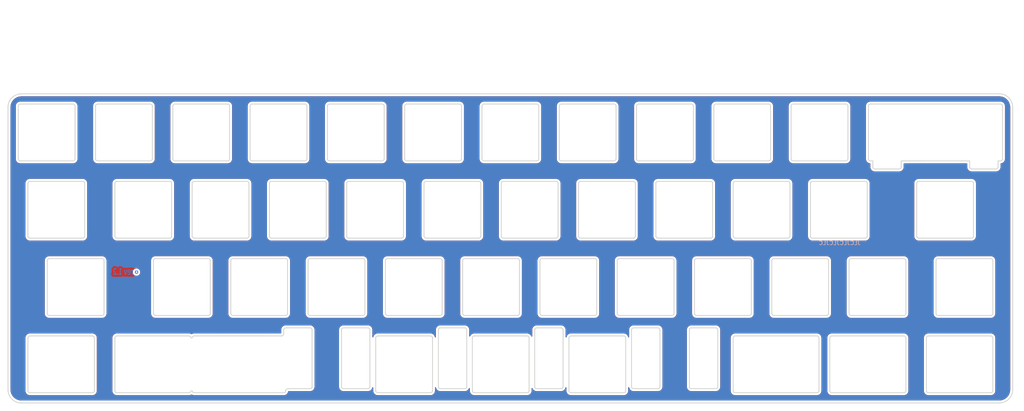
<source format=kicad_pcb>
(kicad_pcb (version 20171130) (host pcbnew "(5.1.10)-1")
  (layers (0 F.Cu signal) (31 B.Cu signal) (34 B.Paste user) (35 F.Paste user) (36 B.SilkS user) (37 F.SilkS user) (38 B.Mask user) (39 F.Mask user) (44 Edge.Cuts user))
  (net 0 "")
  (module cftkb:rev_num (layer B.Cu) (at 51 115 180)
    (fp_text reference Ref** hide)
    (fp_text value Val** hide)
    (fp_poly (pts (xy -2.948238 0.604848) (xy -2.856247 0.569301) (xy -2.78351 0.499703) (xy -2.726633 0.393329) (xy -2.701114 0.31895) (xy -2.682603 0.233315) (xy -2.670214 0.131467) (xy -2.667 0.059658) (xy -2.667 -0.084667) (xy -3.284197 -0.084667) (xy -3.270085 -0.153459) (xy -3.229957 -0.279878) (xy -3.17003 -0.375769) (xy -3.094304 -0.438636) (xy -3.006778 -0.465986) (xy -2.911449 -0.455326) (xy -2.839238 -0.422114) (xy -2.793094 -0.396169) (xy -2.765455 -0.384772) (xy -2.76273 -0.385151) (xy -2.739378 -0.42482) (xy -2.718241 -0.476559) (xy -2.709333 -0.515299) (xy -2.727874 -0.54369) (xy -2.775755 -0.577291) (xy -2.84137 -0.610577) (xy -2.91311 -0.638023) (xy -2.979366 -0.654105) (xy -3.005338 -0.656167) (xy -3.071217 -0.646257) (xy -3.147474 -0.621315) (xy -3.175524 -0.608542) (xy -3.250226 -0.557874) (xy -3.315945 -0.492115) (xy -3.327761 -0.47625) (xy -3.392744 -0.349373) (xy -3.432159 -0.202298) (xy -3.446632 -0.044323) (xy -3.438679 0.084666) (xy -3.284197 0.084666) (xy -2.809756 0.084666) (xy -2.823927 0.173285) (xy -2.855995 0.294124) (xy -2.907234 0.380815) (xy -2.976036 0.43138) (xy -3.044286 0.4445) (xy -3.106356 0.424764) (xy -3.166991 0.370775) (xy -3.220138 0.290361) (xy -3.259743 0.19135) (xy -3.269349 0.153458) (xy -3.284197 0.084666) (xy -3.438679 0.084666) (xy -3.436793 0.115252) (xy -3.40327 0.267128) (xy -3.346689 0.402006) (xy -3.26768 0.510586) (xy -3.260637 0.517635) (xy -3.202261 0.568497) (xy -3.14865 0.595279) (xy -3.078965 0.607616) (xy -3.06288 0.609065) (xy -2.948238 0.604848)) (layer B.Cu) (width 0.01))
    (fp_poly (pts (xy -0.188719 -0.329383) (xy -0.161683 -0.345382) (xy -0.118932 -0.395005) (xy -0.094912 -0.464847) (xy -0.095988 -0.534639) (xy -0.099043 -0.54481) (xy -0.136715 -0.611374) (xy -0.187438 -0.64855) (xy -0.242514 -0.6514) (xy -0.266706 -0.639968) (xy -0.311481 -0.587141) (xy -0.330715 -0.515385) (xy -0.324566 -0.439417) (xy -0.293188 -0.373949) (xy -0.263594 -0.346656) (xy -0.222004 -0.324737) (xy -0.188719 -0.329383)) (layer B.Cu) (width 0.01))
    (fp_poly (pts (xy -3.500081 0.534458) (xy -3.508786 0.475674) (xy -3.51328 0.433434) (xy -3.513434 0.429154) (xy -3.531616 0.412251) (xy -3.574644 0.41542) (xy -3.65074 0.41037) (xy -3.720166 0.365388) (xy -3.77968 0.282737) (xy -3.787794 0.26673) (xy -3.803065 0.231567) (xy -3.814296 0.193715) (xy -3.822096 0.146227) (xy -3.827073 0.082154) (xy -3.829835 -0.005451) (xy -3.830989 -0.123536) (xy -3.831167 -0.228933) (xy -3.831167 -0.635) (xy -4.0005 -0.635) (xy -4.0005 0.592666) (xy -3.926417 0.592666) (xy -3.879905 0.590367) (xy -3.85858 0.575553) (xy -3.85262 0.536349) (xy -3.852333 0.503086) (xy -3.852333 0.413506) (xy -3.799013 0.491974) (xy -3.742294 0.561884) (xy -3.682726 0.599536) (xy -3.605184 0.613185) (xy -3.575789 0.613833) (xy -3.486961 0.613833) (xy -3.500081 0.534458)) (layer B.Cu) (width 0.01))
    (fp_poly (pts (xy -1.832366 0.239257) (xy -1.869669 0.097564) (xy -1.909701 -0.053464) (xy -1.94857 -0.199207) (xy -1.982382 -0.325046) (xy -1.994675 -0.370417) (xy -2.06375 -0.624417) (xy -2.151766 -0.630831) (xy -2.209198 -0.630555) (xy -2.24658 -0.622119) (xy -2.251835 -0.617742) (xy -2.260298 -0.592876) (xy -2.278085 -0.532584) (xy -2.303659 -0.442355) (xy -2.335484 -0.327677) (xy -2.372021 -0.19404) (xy -2.411734 -0.046935) (xy -2.41364 -0.039828) (xy -2.453573 0.108941) (xy -2.490326 0.245606) (xy -2.522354 0.364437) (xy -2.54811 0.459708) (xy -2.566047 0.525688) (xy -2.574621 0.55665) (xy -2.574704 0.556932) (xy -2.576475 0.580576) (xy -2.556622 0.590133) (xy -2.50567 0.589397) (xy -2.495422 0.588682) (xy -2.404829 0.582083) (xy -2.291874 0.127) (xy -2.258388 -0.007169) (xy -2.22774 -0.128569) (xy -2.201574 -0.230794) (xy -2.181536 -0.307441) (xy -2.169271 -0.352106) (xy -2.166816 -0.359834) (xy -2.158663 -0.349312) (xy -2.142229 -0.302791) (xy -2.119019 -0.225459) (xy -2.090542 -0.122503) (xy -2.058302 0.00089) (xy -2.034648 0.09525) (xy -1.914584 0.582083) (xy -1.826857 0.588507) (xy -1.739131 0.594931) (xy -1.832366 0.239257)) (layer B.Cu) (width 0.01))
    (fp_poly (pts (xy -0.783167 -0.4445) (xy -0.526733 -0.4445) (xy -0.533241 -0.534459) (xy -0.53975 -0.624417) (xy -0.883708 -0.630233) (xy -1.227667 -0.636049) (xy -1.227667 -0.4445) (xy -0.9525 -0.4445) (xy -0.9525 0.6985) (xy -1.164167 0.6985) (xy -1.164167 0.769677) (xy -1.161279 0.808399) (xy -1.147046 0.836752) (xy -1.113117 0.863256) (xy -1.051139 0.896431) (xy -1.029278 0.907261) (xy -0.953249 0.940893) (xy -0.884529 0.964781) (xy -0.838778 0.973666) (xy -0.783167 0.973666) (xy -0.783167 -0.4445)) (layer B.Cu) (width 0.01))
    (fp_poly (pts (xy 0.534244 0.982567) (xy 0.62759 0.940221) (xy 0.704782 0.860517) (xy 0.737632 0.807892) (xy 0.786512 0.687586) (xy 0.804557 0.557125) (xy 0.791116 0.413966) (xy 0.745535 0.255564) (xy 0.667165 0.079378) (xy 0.555353 -0.117138) (xy 0.46511 -0.255981) (xy 0.34193 -0.437878) (xy 0.87039 -0.41752) (xy 0.86382 -0.520968) (xy 0.85725 -0.624417) (xy 0.470958 -0.630186) (xy 0.084667 -0.635955) (xy 0.084667 -0.560794) (xy 0.089281 -0.524121) (xy 0.105451 -0.480325) (xy 0.136665 -0.423154) (xy 0.186414 -0.346357) (xy 0.258187 -0.243683) (xy 0.274154 -0.221358) (xy 0.402528 -0.034511) (xy 0.501023 0.127464) (xy 0.57101 0.268251) (xy 0.613859 0.391538) (xy 0.63094 0.501011) (xy 0.623623 0.600355) (xy 0.604338 0.666846) (xy 0.565681 0.744048) (xy 0.516478 0.786889) (xy 0.445704 0.803337) (xy 0.414118 0.804333) (xy 0.361971 0.797644) (xy 0.314531 0.772456) (xy 0.257874 0.721089) (xy 0.251676 0.714744) (xy 0.164732 0.625154) (xy 0.115476 0.686928) (xy 0.066219 0.748701) (xy 0.108669 0.808316) (xy 0.200884 0.907407) (xy 0.309743 0.967948) (xy 0.420111 0.990214) (xy 0.534244 0.982567)) (layer B.Cu) (width 0.01))
  )
  (module cftkb:author_footprint (layer B.Cu) (at 52 111.125 180)
    (fp_text reference Ref** hide)
    (fp_text value Val** hide)
  )
  (gr_text JLCJLCJLCJLC (at 229.2 107.8) (layer B.SilkS) (effects (font (size 1 1)) (justify mirror)))
  (gr_arc (start 91.65 130.22) (end 91.65 130.72) (angle -90) (layer Edge.Cuts) (width 0.2))
  (gr_line (start 136.77175 128.73) (end 130.77175 128.73) (layer Edge.Cuts) (width 0.2))
  (gr_arc (start 130.77175 129.23) (end 130.77175 128.73) (angle -90) (layer Edge.Cuts) (width 0.2))
  (gr_line (start 130.27175 143.23) (end 130.27175 129.23) (layer Edge.Cuts) (width 0.2))
  (gr_arc (start 178.39675 143.23) (end 177.89675 143.23) (angle -90) (layer Edge.Cuts) (width 0.2))
  (gr_line (start 113.39575 143.23) (end 113.39575 129.23) (layer Edge.Cuts) (width 0.2))
  (gr_arc (start 184.39675 129.23) (end 184.89675 129.23) (angle -90) (layer Edge.Cuts) (width 0.2))
  (gr_arc (start 184.39675 143.23) (end 184.39675 143.73) (angle -90) (layer Edge.Cuts) (width 0.2))
  (gr_line (start 177.89675 143.23) (end 177.89675 129.23) (layer Edge.Cuts) (width 0.2))
  (gr_arc (start 136.77175 129.23) (end 137.27175 129.23) (angle -90) (layer Edge.Cuts) (width 0.2))
  (gr_line (start 184.89675 143.23) (end 184.89675 129.23) (layer Edge.Cuts) (width 0.2))
  (gr_arc (start 192.64625 129.23) (end 192.64625 128.73) (angle -90) (layer Edge.Cuts) (width 0.2))
  (gr_line (start 184.39675 128.73) (end 178.39675 128.73) (layer Edge.Cuts) (width 0.2))
  (gr_arc (start 192.64625 143.23) (end 192.14625 143.23) (angle -90) (layer Edge.Cuts) (width 0.2))
  (gr_arc (start 112.89575 143.23) (end 112.89575 143.73) (angle -90) (layer Edge.Cuts) (width 0.2))
  (gr_line (start 161.02075 143.23) (end 161.02075 129.23) (layer Edge.Cuts) (width 0.2))
  (gr_line (start 106.39575 143.23) (end 106.39575 129.23) (layer Edge.Cuts) (width 0.2))
  (gr_arc (start 154.52075 129.23) (end 154.52075 128.73) (angle -90) (layer Edge.Cuts) (width 0.2))
  (gr_arc (start 106.89575 143.23) (end 106.39575 143.23) (angle -90) (layer Edge.Cuts) (width 0.2))
  (gr_line (start 160.52075 143.73) (end 154.52075 143.73) (layer Edge.Cuts) (width 0.2))
  (gr_line (start 160.52075 128.73) (end 154.52075 128.73) (layer Edge.Cuts) (width 0.2))
  (gr_line (start 112.89575 128.73) (end 106.89575 128.73) (layer Edge.Cuts) (width 0.2))
  (gr_line (start 136.77175 143.73) (end 130.77175 143.73) (layer Edge.Cuts) (width 0.2))
  (gr_arc (start 160.52075 143.23) (end 160.52075 143.73) (angle -90) (layer Edge.Cuts) (width 0.2))
  (gr_line (start 154.02075 143.23) (end 154.02075 129.23) (layer Edge.Cuts) (width 0.2))
  (gr_line (start 198.64625 128.73) (end 192.64625 128.73) (layer Edge.Cuts) (width 0.2))
  (gr_arc (start 112.89575 129.23) (end 113.39575 129.23) (angle -90) (layer Edge.Cuts) (width 0.2))
  (gr_arc (start 130.77175 143.23) (end 130.27175 143.23) (angle -90) (layer Edge.Cuts) (width 0.2))
  (gr_line (start 137.27175 143.23) (end 137.27175 129.23) (layer Edge.Cuts) (width 0.2))
  (gr_arc (start 198.64625 129.23) (end 199.14625 129.23) (angle -90) (layer Edge.Cuts) (width 0.2))
  (gr_line (start 199.14625 143.23) (end 199.14625 129.23) (layer Edge.Cuts) (width 0.2))
  (gr_arc (start 106.89575 129.23) (end 106.89575 128.73) (angle -90) (layer Edge.Cuts) (width 0.2))
  (gr_line (start 192.14625 143.23) (end 192.14625 129.23) (layer Edge.Cuts) (width 0.2))
  (gr_line (start 184.39675 143.73) (end 178.39675 143.73) (layer Edge.Cuts) (width 0.2))
  (gr_arc (start 178.39675 129.23) (end 178.39675 128.73) (angle -90) (layer Edge.Cuts) (width 0.2))
  (gr_arc (start 154.52075 143.23) (end 154.02075 143.23) (angle -90) (layer Edge.Cuts) (width 0.2))
  (gr_arc (start 136.77175 143.23) (end 136.77175 143.73) (angle -90) (layer Edge.Cuts) (width 0.2))
  (gr_line (start 112.89575 143.73) (end 106.89575 143.73) (layer Edge.Cuts) (width 0.2))
  (gr_arc (start 198.64625 143.23) (end 198.64625 143.73) (angle -90) (layer Edge.Cuts) (width 0.2))
  (gr_arc (start 160.52075 129.23) (end 161.02075 129.23) (angle -90) (layer Edge.Cuts) (width 0.2))
  (gr_arc (start 92.64625 129.23) (end 92.64625 128.73) (angle -90) (layer Edge.Cuts) (width 0.2))
  (gr_line (start 98.64625 143.73) (end 93.15 143.73) (layer Edge.Cuts) (width 0.2))
  (gr_line (start 98.64625 128.73) (end 92.64625 128.73) (layer Edge.Cuts) (width 0.2))
  (gr_arc (start 98.64625 129.23) (end 99.14625 129.23) (angle -90) (layer Edge.Cuts) (width 0.2))
  (gr_line (start 99.14625 143.23) (end 99.14625 129.23) (layer Edge.Cuts) (width 0.2))
  (gr_arc (start 93.15 144.23) (end 93.15 143.73) (angle -90) (layer Edge.Cuts) (width 0.2))
  (gr_arc (start 98.64625 143.23) (end 98.64625 143.73) (angle -90) (layer Edge.Cuts) (width 0.2))
  (gr_line (start 92.15 130.22) (end 92.14625 129.23) (layer Edge.Cuts) (width 0.2))
  (gr_arc (start 92.15 144.23) (end 92.14375 144.73) (angle -90.71615995) (layer Edge.Cuts) (width 0.2))
  (gr_line (start 198.64625 143.73) (end 192.64625 143.73) (layer Edge.Cuts) (width 0.2))
  (gr_arc (start 268.53669 143.941691) (end 268.53969 147.24875) (angle -90) (layer Edge.Cuts) (width 0.2))
  (gr_arc (start 27.500809 143.94375) (end 24.19375 143.94675) (angle -90) (layer Edge.Cuts) (width 0.2))
  (gr_arc (start 268.536691 74.35581) (end 271.84375 74.35281) (angle -90) (layer Edge.Cuts) (width 0.2))
  (gr_arc (start 27.50081 74.355809) (end 27.49781 71.04875) (angle -90) (layer Edge.Cuts) (width 0.2))
  (gr_line (start 24.193751 74.358809) (end 24.19375 143.94675) (layer Edge.Cuts) (width 0.2))
  (gr_line (start 271.843749 143.938691) (end 271.84375 74.35281) (layer Edge.Cuts) (width 0.2))
  (gr_line (start 27.503809 147.250809) (end 268.53969 147.24875) (layer Edge.Cuts) (width 0.2))
  (gr_line (start 27.49781 71.04875) (end 268.533691 71.048751) (layer Edge.Cuts) (width 0.2))
  (gr_line (start 69.3 144.222949) (end 69.5875 144.222949) (layer Edge.Cuts) (width 0.2))
  (gr_line (start 69.3 131.222949) (end 69.5875 131.222949) (layer Edge.Cuts) (width 0.2))
  (gr_line (start 103.425 87.572948) (end 116.425 87.572948) (layer Edge.Cuts) (width 0.2))
  (gr_arc (start 78.325 87.072948) (end 78.325 87.572948) (angle -90) (layer Edge.Cuts) (width 0.2))
  (gr_arc (start 103.425 87.072948) (end 102.925 87.072948) (angle -90) (layer Edge.Cuts) (width 0.2))
  (gr_line (start 103.425 73.572949) (end 116.425 73.572949) (layer Edge.Cuts) (width 0.2))
  (gr_line (start 83.875 74.072949) (end 83.875 87.072948) (layer Edge.Cuts) (width 0.2))
  (gr_arc (start 103.425 74.072949) (end 103.425 73.572949) (angle -90) (layer Edge.Cuts) (width 0.2))
  (gr_arc (start 97.375 74.072949) (end 97.875 74.072949) (angle -90) (layer Edge.Cuts) (width 0.2))
  (gr_line (start 97.875 74.072949) (end 97.875 87.072948) (layer Edge.Cuts) (width 0.2))
  (gr_arc (start 97.375 87.072948) (end 97.375 87.572948) (angle -90) (layer Edge.Cuts) (width 0.2))
  (gr_arc (start 84.375 87.072948) (end 83.875 87.072948) (angle -90) (layer Edge.Cuts) (width 0.2))
  (gr_arc (start 122.475 74.072949) (end 122.475 73.572949) (angle -90) (layer Edge.Cuts) (width 0.2))
  (gr_line (start 135.975 74.072949) (end 135.975 87.072948) (layer Edge.Cuts) (width 0.2))
  (gr_line (start 121.975 74.072949) (end 121.975 87.072948) (layer Edge.Cuts) (width 0.2))
  (gr_line (start 122.475 87.572948) (end 135.475 87.572948) (layer Edge.Cuts) (width 0.2))
  (gr_arc (start 116.425 87.072948) (end 116.425 87.572948) (angle -90) (layer Edge.Cuts) (width 0.2))
  (gr_line (start 84.375 73.572949) (end 97.375 73.572949) (layer Edge.Cuts) (width 0.2))
  (gr_line (start 122.475 73.572949) (end 135.475 73.572949) (layer Edge.Cuts) (width 0.2))
  (gr_line (start 116.925 74.072949) (end 116.925 87.072948) (layer Edge.Cuts) (width 0.2))
  (gr_line (start 102.925 74.072949) (end 102.925 87.072948) (layer Edge.Cuts) (width 0.2))
  (gr_arc (start 84.375 74.072949) (end 84.375 73.572949) (angle -90) (layer Edge.Cuts) (width 0.2))
  (gr_arc (start 116.425 74.072949) (end 116.925 74.072949) (angle -90) (layer Edge.Cuts) (width 0.2))
  (gr_line (start 84.375 87.572948) (end 97.375 87.572948) (layer Edge.Cuts) (width 0.2))
  (gr_arc (start 65.325 87.072948) (end 64.825 87.072948) (angle -90) (layer Edge.Cuts) (width 0.2))
  (gr_line (start 221.9875 93.122949) (end 221.9875 106.122949) (layer Edge.Cuts) (width 0.2))
  (gr_line (start 248.68125 92.622949) (end 261.68125 92.622949) (layer Edge.Cuts) (width 0.2))
  (gr_line (start 184.3875 92.622949) (end 197.3875 92.622949) (layer Edge.Cuts) (width 0.2))
  (gr_line (start 203.4375 92.622949) (end 216.4375 92.622949) (layer Edge.Cuts) (width 0.2))
  (gr_line (start 165.3375 106.622949) (end 178.3375 106.622949) (layer Edge.Cuts) (width 0.2))
  (gr_line (start 222.4875 92.622949) (end 235.4875 92.622949) (layer Edge.Cuts) (width 0.2))
  (gr_arc (start 235.4875 106.122949) (end 235.4875 106.622949) (angle -90) (layer Edge.Cuts) (width 0.2))
  (gr_arc (start 184.3875 106.122949) (end 183.8875 106.122949) (angle -90) (layer Edge.Cuts) (width 0.2))
  (gr_arc (start 203.4375 106.122949) (end 202.9375 106.122949) (angle -90) (layer Edge.Cuts) (width 0.2))
  (gr_line (start 202.9375 93.122949) (end 202.9375 106.122949) (layer Edge.Cuts) (width 0.2))
  (gr_arc (start 261.68125 93.122949) (end 262.18125 93.122949) (angle -90) (layer Edge.Cuts) (width 0.2))
  (gr_arc (start 159.2875 106.122949) (end 159.2875 106.622949) (angle -90) (layer Edge.Cuts) (width 0.2))
  (gr_line (start 235.9875 93.122949) (end 235.9875 106.122949) (layer Edge.Cuts) (width 0.2))
  (gr_arc (start 222.4875 106.122949) (end 221.9875 106.122949) (angle -90) (layer Edge.Cuts) (width 0.2))
  (gr_arc (start 216.4375 93.122949) (end 216.9375 93.122949) (angle -90) (layer Edge.Cuts) (width 0.2))
  (gr_arc (start 178.3375 93.122949) (end 178.8375 93.122949) (angle -90) (layer Edge.Cuts) (width 0.2))
  (gr_line (start 203.4375 106.622949) (end 216.4375 106.622949) (layer Edge.Cuts) (width 0.2))
  (gr_arc (start 235.4875 93.122949) (end 235.9875 93.122949) (angle -90) (layer Edge.Cuts) (width 0.2))
  (gr_line (start 222.4875 106.622949) (end 235.4875 106.622949) (layer Edge.Cuts) (width 0.2))
  (gr_line (start 164.8375 93.122949) (end 164.8375 106.122949) (layer Edge.Cuts) (width 0.2))
  (gr_line (start 262.18125 93.122949) (end 262.18125 106.122949) (layer Edge.Cuts) (width 0.2))
  (gr_arc (start 222.4875 93.122949) (end 222.4875 92.622949) (angle -90) (layer Edge.Cuts) (width 0.2))
  (gr_arc (start 203.4375 93.122949) (end 203.4375 92.622949) (angle -90) (layer Edge.Cuts) (width 0.2))
  (gr_arc (start 184.3875 93.122949) (end 184.3875 92.622949) (angle -90) (layer Edge.Cuts) (width 0.2))
  (gr_arc (start 248.68125 93.122949) (end 248.68125 92.622949) (angle -90) (layer Edge.Cuts) (width 0.2))
  (gr_line (start 248.18125 93.122949) (end 248.18125 106.122949) (layer Edge.Cuts) (width 0.2))
  (gr_line (start 216.9375 93.122949) (end 216.9375 106.122949) (layer Edge.Cuts) (width 0.2))
  (gr_line (start 184.3875 106.622949) (end 197.3875 106.622949) (layer Edge.Cuts) (width 0.2))
  (gr_arc (start 165.3375 106.122949) (end 164.8375 106.122949) (angle -90) (layer Edge.Cuts) (width 0.2))
  (gr_arc (start 34.36875 112.172949) (end 34.36875 111.672949) (angle -90) (layer Edge.Cuts) (width 0.2))
  (gr_arc (start 197.3875 106.122949) (end 197.3875 106.622949) (angle -90) (layer Edge.Cuts) (width 0.2))
  (gr_line (start 197.8875 93.122949) (end 197.8875 106.122949) (layer Edge.Cuts) (width 0.2))
  (gr_line (start 248.68125 106.622949) (end 261.68125 106.622949) (layer Edge.Cuts) (width 0.2))
  (gr_line (start 47.86875 112.172949) (end 47.86875 125.172949) (layer Edge.Cuts) (width 0.2))
  (gr_line (start 33.86875 112.172949) (end 33.86875 125.172949) (layer Edge.Cuts) (width 0.2))
  (gr_arc (start 178.3375 106.122949) (end 178.3375 106.622949) (angle -90) (layer Edge.Cuts) (width 0.2))
  (gr_line (start 34.36875 125.672949) (end 47.36875 125.672949) (layer Edge.Cuts) (width 0.2))
  (gr_line (start 183.8875 93.122949) (end 183.8875 106.122949) (layer Edge.Cuts) (width 0.2))
  (gr_line (start 34.36875 111.672949) (end 47.36875 111.672949) (layer Edge.Cuts) (width 0.2))
  (gr_line (start 178.8375 93.122949) (end 178.8375 106.122949) (layer Edge.Cuts) (width 0.2))
  (gr_arc (start 261.68125 106.122949) (end 261.68125 106.622949) (angle -90) (layer Edge.Cuts) (width 0.2))
  (gr_arc (start 216.4375 106.122949) (end 216.4375 106.622949) (angle -90) (layer Edge.Cuts) (width 0.2))
  (gr_arc (start 197.3875 93.122949) (end 197.8875 93.122949) (angle -90) (layer Edge.Cuts) (width 0.2))
  (gr_line (start 165.3375 92.622949) (end 178.3375 92.622949) (layer Edge.Cuts) (width 0.2))
  (gr_arc (start 165.3375 93.122949) (end 165.3375 92.622949) (angle -90) (layer Edge.Cuts) (width 0.2))
  (gr_arc (start 248.68125 106.122949) (end 248.18125 106.122949) (angle -90) (layer Edge.Cuts) (width 0.2))
  (gr_arc (start 203.4375 144.222949) (end 202.9375 144.222949) (angle -90) (layer Edge.Cuts) (width 0.2))
  (gr_line (start 203.4375 130.722949) (end 223.58125 130.722949) (layer Edge.Cuts) (width 0.2))
  (gr_arc (start 223.58125 131.222949) (end 224.08125 131.222949) (angle -90) (layer Edge.Cuts) (width 0.2))
  (gr_arc (start 203.4375 131.222949) (end 203.4375 130.722949) (angle -90) (layer Edge.Cuts) (width 0.2))
  (gr_line (start 226.75 131.222949) (end 226.75 144.222949) (layer Edge.Cuts) (width 0.2))
  (gr_line (start 227.25 144.722949) (end 245.0125 144.722949) (layer Edge.Cuts) (width 0.2))
  (gr_line (start 227.25 130.722949) (end 245.0125 130.722949) (layer Edge.Cuts) (width 0.2))
  (gr_arc (start 223.58125 144.222949) (end 223.58125 144.722949) (angle -90) (layer Edge.Cuts) (width 0.2))
  (gr_line (start 224.08125 131.222949) (end 224.08125 144.222949) (layer Edge.Cuts) (width 0.2))
  (gr_line (start 203.4375 144.722949) (end 223.58125 144.722949) (layer Edge.Cuts) (width 0.2))
  (gr_line (start 202.9375 131.222949) (end 202.9375 144.222949) (layer Edge.Cuts) (width 0.2))
  (gr_arc (start 115.33125 144.222949) (end 114.83125 144.222949) (angle -90) (layer Edge.Cuts) (width 0.2))
  (gr_line (start 162.95625 144.722949) (end 175.95625 144.722949) (layer Edge.Cuts) (width 0.2))
  (gr_line (start 162.95625 130.722949) (end 175.95625 130.722949) (layer Edge.Cuts) (width 0.2))
  (gr_arc (start 175.95625 144.222949) (end 175.95625 144.722949) (angle -90) (layer Edge.Cuts) (width 0.2))
  (gr_line (start 128.83125 131.222949) (end 128.83125 144.222949) (layer Edge.Cuts) (width 0.2))
  (gr_arc (start 128.33125 144.222949) (end 128.33125 144.722949) (angle -90) (layer Edge.Cuts) (width 0.2))
  (gr_arc (start 175.95625 131.222949) (end 176.45625 131.222949) (angle -90) (layer Edge.Cuts) (width 0.2))
  (gr_arc (start 162.95625 131.222949) (end 162.95625 130.722949) (angle -90) (layer Edge.Cuts) (width 0.2))
  (gr_arc (start 152.14375 131.222949) (end 152.64375 131.222949) (angle -90) (layer Edge.Cuts) (width 0.2))
  (gr_line (start 152.64375 131.222949) (end 152.64375 144.222949) (layer Edge.Cuts) (width 0.2))
  (gr_arc (start 139.14375 131.222949) (end 139.14375 130.722949) (angle -90) (layer Edge.Cuts) (width 0.2))
  (gr_line (start 139.14375 144.722949) (end 152.14375 144.722949) (layer Edge.Cuts) (width 0.2))
  (gr_line (start 115.33125 130.722949) (end 128.33125 130.722949) (layer Edge.Cuts) (width 0.2))
  (gr_arc (start 162.95625 144.222949) (end 162.45625 144.222949) (angle -90) (layer Edge.Cuts) (width 0.2))
  (gr_line (start 176.45625 131.222949) (end 176.45625 144.222949) (layer Edge.Cuts) (width 0.2))
  (gr_line (start 162.45625 131.222949) (end 162.45625 144.222949) (layer Edge.Cuts) (width 0.2))
  (gr_line (start 114.83125 131.222949) (end 114.83125 144.222949) (layer Edge.Cuts) (width 0.2))
  (gr_line (start 115.33125 144.722949) (end 128.33125 144.722949) (layer Edge.Cuts) (width 0.2))
  (gr_arc (start 115.33125 131.222949) (end 115.33125 130.722949) (angle -90) (layer Edge.Cuts) (width 0.2))
  (gr_arc (start 139.14375 144.222949) (end 138.64375 144.222949) (angle -90) (layer Edge.Cuts) (width 0.2))
  (gr_arc (start 152.14375 144.222949) (end 152.14375 144.722949) (angle -90) (layer Edge.Cuts) (width 0.2))
  (gr_arc (start 128.33125 131.222949) (end 128.83125 131.222949) (angle -90) (layer Edge.Cuts) (width 0.2))
  (gr_line (start 139.14375 130.722949) (end 152.14375 130.722949) (layer Edge.Cuts) (width 0.2))
  (gr_line (start 138.64375 131.222949) (end 138.64375 144.222949) (layer Edge.Cuts) (width 0.2))
  (gr_arc (start 251.0625 131.222949) (end 251.0625 130.722949) (angle -90) (layer Edge.Cuts) (width 0.2))
  (gr_line (start 251.0625 144.722949) (end 266.44375 144.722949) (layer Edge.Cuts) (width 0.2))
  (gr_arc (start 227.25 144.222949) (end 226.75 144.222949) (angle -90) (layer Edge.Cuts) (width 0.2))
  (gr_arc (start 245.0125 131.222949) (end 245.5125 131.222949) (angle -90) (layer Edge.Cuts) (width 0.2))
  (gr_arc (start 266.44375 131.222949) (end 266.94375 131.222949) (angle -90) (layer Edge.Cuts) (width 0.2))
  (gr_arc (start 251.0625 144.222949) (end 250.5625 144.222949) (angle -90) (layer Edge.Cuts) (width 0.2))
  (gr_arc (start 227.25 131.222949) (end 227.25 130.722949) (angle -90) (layer Edge.Cuts) (width 0.2))
  (gr_line (start 251.0625 130.722949) (end 266.44375 130.722949) (layer Edge.Cuts) (width 0.2))
  (gr_line (start 266.94375 131.222949) (end 266.94375 144.222949) (layer Edge.Cuts) (width 0.2))
  (gr_line (start 250.5625 131.222949) (end 250.5625 144.222949) (layer Edge.Cuts) (width 0.2))
  (gr_arc (start 245.0125 144.222949) (end 245.0125 144.722949) (angle -90) (layer Edge.Cuts) (width 0.2))
  (gr_line (start 245.5125 131.222949) (end 245.5125 144.222949) (layer Edge.Cuts) (width 0.2))
  (gr_arc (start 266.44375 144.222949) (end 266.44375 144.722949) (angle -90) (layer Edge.Cuts) (width 0.2))
  (gr_line (start 51.0375 144.722949) (end 68.8 144.722949) (layer Edge.Cuts) (width 0.2))
  (gr_line (start 29.10625 131.222949) (end 29.10625 144.222949) (layer Edge.Cuts) (width 0.2))
  (gr_arc (start 51.0375 131.222949) (end 51.0375 130.722949) (angle -90) (layer Edge.Cuts) (width 0.2))
  (gr_arc (start 44.9875 144.222949) (end 44.9875 144.722949) (angle -90) (layer Edge.Cuts) (width 0.2))
  (gr_line (start 50.5375 131.222949) (end 50.5375 144.222949) (layer Edge.Cuts) (width 0.2))
  (gr_arc (start 44.9875 131.222949) (end 45.4875 131.222949) (angle -90) (layer Edge.Cuts) (width 0.2))
  (gr_arc (start 68.8 131.222949) (end 69.3 131.222949) (angle -90) (layer Edge.Cuts) (width 0.2))
  (gr_line (start 29.60625 144.722949) (end 44.9875 144.722949) (layer Edge.Cuts) (width 0.2))
  (gr_line (start 51.0375 130.722949) (end 68.8 130.722949) (layer Edge.Cuts) (width 0.2))
  (gr_arc (start 70.0875 131.222949) (end 70.0875 130.722949) (angle -90) (layer Edge.Cuts) (width 0.2))
  (gr_arc (start 51.0375 144.222949) (end 50.5375 144.222949) (angle -90) (layer Edge.Cuts) (width 0.2))
  (gr_arc (start 29.60625 131.222949) (end 29.60625 130.722949) (angle -90) (layer Edge.Cuts) (width 0.2))
  (gr_line (start 45.4875 131.222949) (end 45.4875 144.222949) (layer Edge.Cuts) (width 0.2))
  (gr_arc (start 70.0875 144.222949) (end 69.5875 144.222949) (angle -90) (layer Edge.Cuts) (width 0.2))
  (gr_arc (start 68.8 144.222949) (end 68.8 144.722949) (angle -90) (layer Edge.Cuts) (width 0.2))
  (gr_line (start 70.0875 144.722949) (end 92.14375 144.73) (layer Edge.Cuts) (width 0.2))
  (gr_line (start 70.0875 130.722949) (end 91.65 130.72) (layer Edge.Cuts) (width 0.2))
  (gr_line (start 29.60625 130.722949) (end 44.9875 130.722949) (layer Edge.Cuts) (width 0.2))
  (gr_arc (start 29.60625 144.222949) (end 29.10625 144.222949) (angle -90) (layer Edge.Cuts) (width 0.2))
  (gr_arc (start 83.0875 106.122949) (end 83.0875 106.622949) (angle -90) (layer Edge.Cuts) (width 0.2))
  (gr_arc (start 51.0375 93.122949) (end 51.0375 92.622949) (angle -90) (layer Edge.Cuts) (width 0.2))
  (gr_line (start 64.5375 93.122949) (end 64.5375 106.122949) (layer Edge.Cuts) (width 0.2))
  (gr_line (start 88.6375 93.122949) (end 88.6375 106.122949) (layer Edge.Cuts) (width 0.2))
  (gr_arc (start 70.0875 106.122949) (end 69.5875 106.122949) (angle -90) (layer Edge.Cuts) (width 0.2))
  (gr_line (start 69.5875 93.122949) (end 69.5875 106.122949) (layer Edge.Cuts) (width 0.2))
  (gr_arc (start 64.0375 106.122949) (end 64.0375 106.622949) (angle -90) (layer Edge.Cuts) (width 0.2))
  (gr_arc (start 51.0375 106.122949) (end 50.5375 106.122949) (angle -90) (layer Edge.Cuts) (width 0.2))
  (gr_line (start 50.5375 93.122949) (end 50.5375 106.122949) (layer Edge.Cuts) (width 0.2))
  (gr_line (start 51.0375 106.622949) (end 64.0375 106.622949) (layer Edge.Cuts) (width 0.2))
  (gr_arc (start 83.0875 93.122949) (end 83.5875 93.122949) (angle -90) (layer Edge.Cuts) (width 0.2))
  (gr_line (start 70.0875 106.622949) (end 83.0875 106.622949) (layer Edge.Cuts) (width 0.2))
  (gr_arc (start 102.1375 106.122949) (end 102.1375 106.622949) (angle -90) (layer Edge.Cuts) (width 0.2))
  (gr_arc (start 89.1375 106.122949) (end 88.6375 106.122949) (angle -90) (layer Edge.Cuts) (width 0.2))
  (gr_arc (start 64.0375 93.122949) (end 64.5375 93.122949) (angle -90) (layer Edge.Cuts) (width 0.2))
  (gr_line (start 89.1375 92.622949) (end 102.1375 92.622949) (layer Edge.Cuts) (width 0.2))
  (gr_arc (start 70.0875 93.122949) (end 70.0875 92.622949) (angle -90) (layer Edge.Cuts) (width 0.2))
  (gr_arc (start 102.1375 93.122949) (end 102.6375 93.122949) (angle -90) (layer Edge.Cuts) (width 0.2))
  (gr_line (start 89.1375 106.622949) (end 102.1375 106.622949) (layer Edge.Cuts) (width 0.2))
  (gr_arc (start 89.1375 93.122949) (end 89.1375 92.622949) (angle -90) (layer Edge.Cuts) (width 0.2))
  (gr_line (start 83.5875 93.122949) (end 83.5875 106.122949) (layer Edge.Cuts) (width 0.2))
  (gr_line (start 70.0875 92.622949) (end 83.0875 92.622949) (layer Edge.Cuts) (width 0.2))
  (gr_line (start 102.6375 93.122949) (end 102.6375 106.122949) (layer Edge.Cuts) (width 0.2))
  (gr_arc (start 236.775 87.072948) (end 236.275 87.072948) (angle -90) (layer Edge.Cuts) (width 0.2))
  (gr_line (start 43.10625 93.122949) (end 43.10625 106.122949) (layer Edge.Cuts) (width 0.2))
  (gr_arc (start 29.60625 106.122949) (end 29.10625 106.122949) (angle -90) (layer Edge.Cuts) (width 0.2))
  (gr_arc (start 29.60625 93.122949) (end 29.60625 92.622949) (angle -90) (layer Edge.Cuts) (width 0.2))
  (gr_line (start 29.10625 93.122949) (end 29.10625 106.122949) (layer Edge.Cuts) (width 0.2))
  (gr_line (start 29.60625 92.622949) (end 42.60625 92.622949) (layer Edge.Cuts) (width 0.2))
  (gr_line (start 29.60625 106.622949) (end 42.60625 106.622949) (layer Edge.Cuts) (width 0.2))
  (gr_arc (start 268.825 74.072949) (end 269.325 74.072949) (angle -90) (layer Edge.Cuts) (width 0.2))
  (gr_arc (start 268.825 87.072948) (end 268.825 87.572948) (angle -90) (layer Edge.Cuts) (width 0.2))
  (gr_line (start 236.775 73.572949) (end 268.825 73.572949) (layer Edge.Cuts) (width 0.2))
  (gr_arc (start 42.60625 93.122949) (end 43.10625 93.122949) (angle -90) (layer Edge.Cuts) (width 0.2))
  (gr_line (start 268.238 87.57) (end 268.825 87.572948) (layer Edge.Cuts) (width 0.2))
  (gr_arc (start 236.775 74.072949) (end 236.775 73.572949) (angle -90) (layer Edge.Cuts) (width 0.2))
  (gr_line (start 236.275 74.072949) (end 236.275 87.072948) (layer Edge.Cuts) (width 0.2))
  (gr_line (start 51.0375 92.622949) (end 64.0375 92.622949) (layer Edge.Cuts) (width 0.2))
  (gr_arc (start 42.60625 106.122949) (end 42.60625 106.622949) (angle -90) (layer Edge.Cuts) (width 0.2))
  (gr_line (start 269.325 74.072949) (end 269.325 87.072948) (layer Edge.Cuts) (width 0.2))
  (gr_arc (start 237.862 89.072949) (end 237.362 89.072949) (angle -90) (layer Edge.Cuts) (width 0.2))
  (gr_line (start 244.36 87.58) (end 244.362 89.072949) (layer Edge.Cuts) (width 0.2))
  (gr_line (start 237.362 87.57) (end 237.362 89.072949) (layer Edge.Cuts) (width 0.2))
  (gr_line (start 237.862 89.572949) (end 243.862 89.572949) (layer Edge.Cuts) (width 0.2))
  (gr_line (start 261.738 89.572949) (end 267.738 89.572949) (layer Edge.Cuts) (width 0.2))
  (gr_line (start 261.24 87.572948) (end 261.238 89.072949) (layer Edge.Cuts) (width 0.2))
  (gr_arc (start 267.738 89.072949) (end 267.738 89.572949) (angle -90) (layer Edge.Cuts) (width 0.2))
  (gr_line (start 268.238 87.57) (end 268.238 89.072949) (layer Edge.Cuts) (width 0.2))
  (gr_arc (start 261.738 89.072949) (end 261.238 89.072949) (angle -90) (layer Edge.Cuts) (width 0.2))
  (gr_line (start 236.775 87.572948) (end 237.362 87.57) (layer Edge.Cuts) (width 0.2))
  (gr_arc (start 243.862 89.072949) (end 243.862 89.572949) (angle -90) (layer Edge.Cuts) (width 0.2))
  (gr_arc (start 230.725 87.072948) (end 230.725 87.572948) (angle -90) (layer Edge.Cuts) (width 0.2))
  (gr_line (start 198.675 73.572949) (end 211.675 73.572949) (layer Edge.Cuts) (width 0.2))
  (gr_arc (start 217.725 87.072948) (end 217.225 87.072948) (angle -90) (layer Edge.Cuts) (width 0.2))
  (gr_line (start 217.725 73.572949) (end 230.725 73.572949) (layer Edge.Cuts) (width 0.2))
  (gr_arc (start 217.725 74.072949) (end 217.725 73.572949) (angle -90) (layer Edge.Cuts) (width 0.2))
  (gr_line (start 217.725 87.572948) (end 230.725 87.572948) (layer Edge.Cuts) (width 0.2))
  (gr_arc (start 211.675 87.072948) (end 211.675 87.572948) (angle -90) (layer Edge.Cuts) (width 0.2))
  (gr_arc (start 211.675 74.072949) (end 212.175 74.072949) (angle -90) (layer Edge.Cuts) (width 0.2))
  (gr_arc (start 198.675 87.072948) (end 198.175 87.072948) (angle -90) (layer Edge.Cuts) (width 0.2))
  (gr_arc (start 179.625 74.072949) (end 179.625 73.572949) (angle -90) (layer Edge.Cuts) (width 0.2))
  (gr_arc (start 198.675 74.072949) (end 198.675 73.572949) (angle -90) (layer Edge.Cuts) (width 0.2))
  (gr_line (start 212.175 74.072949) (end 212.175 87.072948) (layer Edge.Cuts) (width 0.2))
  (gr_line (start 198.175 74.072949) (end 198.175 87.072948) (layer Edge.Cuts) (width 0.2))
  (gr_arc (start 192.625 74.072949) (end 193.125 74.072949) (angle -90) (layer Edge.Cuts) (width 0.2))
  (gr_arc (start 192.625 87.072948) (end 192.625 87.572948) (angle -90) (layer Edge.Cuts) (width 0.2))
  (gr_line (start 244.36 87.58) (end 261.24 87.572948) (layer Edge.Cuts) (width 0.2))
  (gr_line (start 198.675 87.572948) (end 211.675 87.572948) (layer Edge.Cuts) (width 0.2))
  (gr_line (start 217.225 74.072949) (end 217.225 87.072948) (layer Edge.Cuts) (width 0.2))
  (gr_line (start 231.225 74.072949) (end 231.225 87.072948) (layer Edge.Cuts) (width 0.2))
  (gr_arc (start 179.625 87.072948) (end 179.125 87.072948) (angle -90) (layer Edge.Cuts) (width 0.2))
  (gr_arc (start 230.725 74.072949) (end 231.225 74.072949) (angle -90) (layer Edge.Cuts) (width 0.2))
  (gr_arc (start 160.575 74.072949) (end 160.575 73.572949) (angle -90) (layer Edge.Cuts) (width 0.2))
  (gr_line (start 174.075 74.072949) (end 174.075 87.072948) (layer Edge.Cuts) (width 0.2))
  (gr_line (start 160.575 87.572948) (end 173.575 87.572948) (layer Edge.Cuts) (width 0.2))
  (gr_arc (start 154.524999 87.072948) (end 154.524999 87.572948) (angle -90) (layer Edge.Cuts) (width 0.2))
  (gr_arc (start 141.525 87.072948) (end 141.025 87.072948) (angle -90) (layer Edge.Cuts) (width 0.2))
  (gr_arc (start 154.524999 74.072949) (end 155.024999 74.072949) (angle -90) (layer Edge.Cuts) (width 0.2))
  (gr_arc (start 122.475 87.072948) (end 121.975 87.072948) (angle -90) (layer Edge.Cuts) (width 0.2))
  (gr_arc (start 135.475 87.072948) (end 135.475 87.572948) (angle -90) (layer Edge.Cuts) (width 0.2))
  (gr_arc (start 141.525 74.072949) (end 141.525 73.572949) (angle -90) (layer Edge.Cuts) (width 0.2))
  (gr_arc (start 135.475 74.072949) (end 135.975 74.072949) (angle -90) (layer Edge.Cuts) (width 0.2))
  (gr_line (start 141.525 73.572949) (end 154.524999 73.572949) (layer Edge.Cuts) (width 0.2))
  (gr_line (start 193.125 74.072949) (end 193.125 87.072948) (layer Edge.Cuts) (width 0.2))
  (gr_line (start 179.125 74.072949) (end 179.125 87.072948) (layer Edge.Cuts) (width 0.2))
  (gr_arc (start 173.575 87.072948) (end 173.575 87.572948) (angle -90) (layer Edge.Cuts) (width 0.2))
  (gr_line (start 160.575 73.572949) (end 173.575 73.572949) (layer Edge.Cuts) (width 0.2))
  (gr_arc (start 160.575 87.072948) (end 160.075 87.072948) (angle -90) (layer Edge.Cuts) (width 0.2))
  (gr_line (start 155.024999 74.072949) (end 155.024999 87.072948) (layer Edge.Cuts) (width 0.2))
  (gr_line (start 141.025 74.072949) (end 141.025 87.072948) (layer Edge.Cuts) (width 0.2))
  (gr_line (start 160.075 74.072949) (end 160.075 87.072948) (layer Edge.Cuts) (width 0.2))
  (gr_line (start 141.525 87.572948) (end 154.524999 87.572948) (layer Edge.Cuts) (width 0.2))
  (gr_line (start 179.625 87.572948) (end 192.625 87.572948) (layer Edge.Cuts) (width 0.2))
  (gr_arc (start 173.575 74.072949) (end 174.075 74.072949) (angle -90) (layer Edge.Cuts) (width 0.2))
  (gr_line (start 179.625 73.572949) (end 192.625 73.572949) (layer Edge.Cuts) (width 0.2))
  (gr_line (start 78.825 74.072949) (end 78.825 87.072948) (layer Edge.Cuts) (width 0.2))
  (gr_arc (start 59.275 74.072949) (end 59.775 74.072949) (angle -90) (layer Edge.Cuts) (width 0.2))
  (gr_arc (start 40.224999 74.072949) (end 40.724999 74.072949) (angle -90) (layer Edge.Cuts) (width 0.2))
  (gr_line (start 64.825 74.072949) (end 64.825 87.072948) (layer Edge.Cuts) (width 0.2))
  (gr_line (start 45.775 74.072949) (end 45.775 87.072948) (layer Edge.Cuts) (width 0.2))
  (gr_line (start 65.325 87.572948) (end 78.325 87.572948) (layer Edge.Cuts) (width 0.2))
  (gr_arc (start 46.275 87.072948) (end 45.775 87.072948) (angle -90) (layer Edge.Cuts) (width 0.2))
  (gr_line (start 27.225 87.572948) (end 40.224999 87.572948) (layer Edge.Cuts) (width 0.2))
  (gr_line (start 46.275 87.572948) (end 59.275 87.572948) (layer Edge.Cuts) (width 0.2))
  (gr_line (start 26.725 74.072949) (end 26.725 87.072948) (layer Edge.Cuts) (width 0.2))
  (gr_arc (start 27.225 87.072948) (end 26.725 87.072948) (angle -90) (layer Edge.Cuts) (width 0.2))
  (gr_arc (start 59.275 87.072948) (end 59.275 87.572948) (angle -90) (layer Edge.Cuts) (width 0.2))
  (gr_arc (start 40.224999 87.072948) (end 40.224999 87.572948) (angle -90) (layer Edge.Cuts) (width 0.2))
  (gr_arc (start 78.325 74.072949) (end 78.825 74.072949) (angle -90) (layer Edge.Cuts) (width 0.2))
  (gr_arc (start 65.325 74.072949) (end 65.325 73.572949) (angle -90) (layer Edge.Cuts) (width 0.2))
  (gr_line (start 46.275 73.572949) (end 59.275 73.572949) (layer Edge.Cuts) (width 0.2))
  (gr_line (start 65.325 73.572949) (end 78.325 73.572949) (layer Edge.Cuts) (width 0.2))
  (gr_line (start 40.724999 74.072949) (end 40.724999 87.072948) (layer Edge.Cuts) (width 0.2))
  (gr_line (start 59.775 74.072949) (end 59.775 87.072948) (layer Edge.Cuts) (width 0.2))
  (gr_arc (start 27.225 74.072949) (end 27.225 73.572949) (angle -90) (layer Edge.Cuts) (width 0.2))
  (gr_line (start 27.225 73.572949) (end 40.224999 73.572949) (layer Edge.Cuts) (width 0.2))
  (gr_arc (start 46.275 74.072949) (end 46.275 73.572949) (angle -90) (layer Edge.Cuts) (width 0.2))
  (gr_line (start 245.5125 112.172949) (end 245.5125 125.172949) (layer Edge.Cuts) (width 0.2))
  (gr_arc (start 225.9625 125.172949) (end 225.9625 125.672949) (angle -90) (layer Edge.Cuts) (width 0.2))
  (gr_arc (start 206.9125 112.172949) (end 207.4125 112.172949) (angle -90) (layer Edge.Cuts) (width 0.2))
  (gr_arc (start 174.8625 112.172949) (end 174.8625 111.672949) (angle -90) (layer Edge.Cuts) (width 0.2))
  (gr_line (start 188.3625 112.172949) (end 188.3625 125.172949) (layer Edge.Cuts) (width 0.2))
  (gr_arc (start 155.8125 125.172949) (end 155.3125 125.172949) (angle -90) (layer Edge.Cuts) (width 0.2))
  (gr_line (start 174.8625 125.672949) (end 187.8625 125.672949) (layer Edge.Cuts) (width 0.2))
  (gr_line (start 253.44375 125.672949) (end 266.44375 125.672949) (layer Edge.Cuts) (width 0.2))
  (gr_arc (start 212.9625 125.172949) (end 212.4625 125.172949) (angle -90) (layer Edge.Cuts) (width 0.2))
  (gr_line (start 207.4125 112.172949) (end 207.4125 125.172949) (layer Edge.Cuts) (width 0.2))
  (gr_line (start 212.9625 111.672949) (end 225.9625 111.672949) (layer Edge.Cuts) (width 0.2))
  (gr_arc (start 187.8625 125.172949) (end 187.8625 125.672949) (angle -90) (layer Edge.Cuts) (width 0.2))
  (gr_arc (start 232.0125 125.172949) (end 231.5125 125.172949) (angle -90) (layer Edge.Cuts) (width 0.2))
  (gr_line (start 231.5125 112.172949) (end 231.5125 125.172949) (layer Edge.Cuts) (width 0.2))
  (gr_line (start 226.4625 112.172949) (end 226.4625 125.172949) (layer Edge.Cuts) (width 0.2))
  (gr_line (start 193.9125 111.672949) (end 206.9125 111.672949) (layer Edge.Cuts) (width 0.2))
  (gr_arc (start 245.0125 125.172949) (end 245.0125 125.672949) (angle -90) (layer Edge.Cuts) (width 0.2))
  (gr_line (start 212.9625 125.672949) (end 225.9625 125.672949) (layer Edge.Cuts) (width 0.2))
  (gr_line (start 253.44375 111.672949) (end 266.44375 111.672949) (layer Edge.Cuts) (width 0.2))
  (gr_arc (start 225.9625 112.172949) (end 226.4625 112.172949) (angle -90) (layer Edge.Cuts) (width 0.2))
  (gr_arc (start 155.8125 112.172949) (end 155.8125 111.672949) (angle -90) (layer Edge.Cuts) (width 0.2))
  (gr_arc (start 212.9625 112.172949) (end 212.9625 111.672949) (angle -90) (layer Edge.Cuts) (width 0.2))
  (gr_arc (start 253.44375 125.172949) (end 252.94375 125.172949) (angle -90) (layer Edge.Cuts) (width 0.2))
  (gr_arc (start 266.44375 112.172949) (end 266.94375 112.172949) (angle -90) (layer Edge.Cuts) (width 0.2))
  (gr_line (start 193.9125 125.672949) (end 206.9125 125.672949) (layer Edge.Cuts) (width 0.2))
  (gr_arc (start 168.8125 112.172949) (end 169.3125 112.172949) (angle -90) (layer Edge.Cuts) (width 0.2))
  (gr_arc (start 174.8625 125.172949) (end 174.3625 125.172949) (angle -90) (layer Edge.Cuts) (width 0.2))
  (gr_line (start 174.8625 111.672949) (end 187.8625 111.672949) (layer Edge.Cuts) (width 0.2))
  (gr_arc (start 266.44375 125.172949) (end 266.44375 125.672949) (angle -90) (layer Edge.Cuts) (width 0.2))
  (gr_arc (start 253.44375 112.172949) (end 253.44375 111.672949) (angle -90) (layer Edge.Cuts) (width 0.2))
  (gr_arc (start 187.8625 112.172949) (end 188.3625 112.172949) (angle -90) (layer Edge.Cuts) (width 0.2))
  (gr_arc (start 193.9125 125.172949) (end 193.4125 125.172949) (angle -90) (layer Edge.Cuts) (width 0.2))
  (gr_line (start 266.94375 112.172949) (end 266.94375 125.172949) (layer Edge.Cuts) (width 0.2))
  (gr_arc (start 245.0125 112.172949) (end 245.5125 112.172949) (angle -90) (layer Edge.Cuts) (width 0.2))
  (gr_line (start 174.3625 112.172949) (end 174.3625 125.172949) (layer Edge.Cuts) (width 0.2))
  (gr_arc (start 232.0125 112.172949) (end 232.0125 111.672949) (angle -90) (layer Edge.Cuts) (width 0.2))
  (gr_arc (start 168.8125 125.172949) (end 168.8125 125.672949) (angle -90) (layer Edge.Cuts) (width 0.2))
  (gr_line (start 232.0125 111.672949) (end 245.0125 111.672949) (layer Edge.Cuts) (width 0.2))
  (gr_line (start 193.4125 112.172949) (end 193.4125 125.172949) (layer Edge.Cuts) (width 0.2))
  (gr_line (start 169.3125 112.172949) (end 169.3125 125.172949) (layer Edge.Cuts) (width 0.2))
  (gr_line (start 232.0125 125.672949) (end 245.0125 125.672949) (layer Edge.Cuts) (width 0.2))
  (gr_line (start 212.4625 112.172949) (end 212.4625 125.172949) (layer Edge.Cuts) (width 0.2))
  (gr_arc (start 206.9125 125.172949) (end 206.9125 125.672949) (angle -90) (layer Edge.Cuts) (width 0.2))
  (gr_line (start 252.94375 112.172949) (end 252.94375 125.172949) (layer Edge.Cuts) (width 0.2))
  (gr_arc (start 193.9125 112.172949) (end 193.9125 111.672949) (angle -90) (layer Edge.Cuts) (width 0.2))
  (gr_arc (start 79.6125 112.172949) (end 79.6125 111.672949) (angle -90) (layer Edge.Cuts) (width 0.2))
  (gr_line (start 112.1625 112.172949) (end 112.1625 125.172949) (layer Edge.Cuts) (width 0.2))
  (gr_line (start 60.5625 125.672949) (end 73.5625 125.672949) (layer Edge.Cuts) (width 0.2))
  (gr_arc (start 117.7125 125.172949) (end 117.2125 125.172949) (angle -90) (layer Edge.Cuts) (width 0.2))
  (gr_line (start 117.7125 111.672949) (end 130.7125 111.672949) (layer Edge.Cuts) (width 0.2))
  (gr_arc (start 98.6625 125.172949) (end 98.1625 125.172949) (angle -90) (layer Edge.Cuts) (width 0.2))
  (gr_arc (start 111.6625 112.172949) (end 112.1625 112.172949) (angle -90) (layer Edge.Cuts) (width 0.2))
  (gr_arc (start 98.6625 112.172949) (end 98.6625 111.672949) (angle -90) (layer Edge.Cuts) (width 0.2))
  (gr_line (start 93.1125 112.172949) (end 93.1125 125.172949) (layer Edge.Cuts) (width 0.2))
  (gr_arc (start 47.36875 112.172949) (end 47.86875 112.172949) (angle -90) (layer Edge.Cuts) (width 0.2))
  (gr_line (start 98.6625 125.672949) (end 111.6625 125.672949) (layer Edge.Cuts) (width 0.2))
  (gr_arc (start 92.6125 125.172949) (end 92.6125 125.672949) (angle -90) (layer Edge.Cuts) (width 0.2))
  (gr_arc (start 60.5625 112.172949) (end 60.5625 111.672949) (angle -90) (layer Edge.Cuts) (width 0.2))
  (gr_line (start 98.6625 111.672949) (end 111.6625 111.672949) (layer Edge.Cuts) (width 0.2))
  (gr_line (start 74.0625 112.172949) (end 74.0625 125.172949) (layer Edge.Cuts) (width 0.2))
  (gr_arc (start 117.7125 112.172949) (end 117.7125 111.672949) (angle -90) (layer Edge.Cuts) (width 0.2))
  (gr_line (start 117.2125 112.172949) (end 117.2125 125.172949) (layer Edge.Cuts) (width 0.2))
  (gr_arc (start 73.5625 125.172949) (end 73.5625 125.672949) (angle -90) (layer Edge.Cuts) (width 0.2))
  (gr_line (start 155.3125 112.172949) (end 155.3125 125.172949) (layer Edge.Cuts) (width 0.2))
  (gr_arc (start 149.7625 112.172949) (end 150.2625 112.172949) (angle -90) (layer Edge.Cuts) (width 0.2))
  (gr_line (start 155.8125 125.672949) (end 168.8125 125.672949) (layer Edge.Cuts) (width 0.2))
  (gr_line (start 79.1125 112.172949) (end 79.1125 125.172949) (layer Edge.Cuts) (width 0.2))
  (gr_arc (start 60.5625 125.172949) (end 60.0625 125.172949) (angle -90) (layer Edge.Cuts) (width 0.2))
  (gr_line (start 155.8125 111.672949) (end 168.8125 111.672949) (layer Edge.Cuts) (width 0.2))
  (gr_arc (start 136.7625 125.172949) (end 136.2625 125.172949) (angle -90) (layer Edge.Cuts) (width 0.2))
  (gr_line (start 136.7625 125.672949) (end 149.7625 125.672949) (layer Edge.Cuts) (width 0.2))
  (gr_line (start 98.1625 112.172949) (end 98.1625 125.172949) (layer Edge.Cuts) (width 0.2))
  (gr_arc (start 136.7625 112.172949) (end 136.7625 111.672949) (angle -90) (layer Edge.Cuts) (width 0.2))
  (gr_line (start 60.0625 112.172949) (end 60.0625 125.172949) (layer Edge.Cuts) (width 0.2))
  (gr_line (start 136.2625 112.172949) (end 136.2625 125.172949) (layer Edge.Cuts) (width 0.2))
  (gr_line (start 136.7625 111.672949) (end 149.7625 111.672949) (layer Edge.Cuts) (width 0.2))
  (gr_arc (start 130.7125 125.172949) (end 130.7125 125.672949) (angle -90) (layer Edge.Cuts) (width 0.2))
  (gr_line (start 79.6125 125.672949) (end 92.6125 125.672949) (layer Edge.Cuts) (width 0.2))
  (gr_arc (start 92.6125 112.172949) (end 93.1125 112.172949) (angle -90) (layer Edge.Cuts) (width 0.2))
  (gr_arc (start 111.6625 125.172949) (end 111.6625 125.672949) (angle -90) (layer Edge.Cuts) (width 0.2))
  (gr_arc (start 130.7125 112.172949) (end 131.2125 112.172949) (angle -90) (layer Edge.Cuts) (width 0.2))
  (gr_line (start 131.2125 112.172949) (end 131.2125 125.172949) (layer Edge.Cuts) (width 0.2))
  (gr_arc (start 79.6125 125.172949) (end 79.1125 125.172949) (angle -90) (layer Edge.Cuts) (width 0.2))
  (gr_line (start 117.7125 125.672949) (end 130.7125 125.672949) (layer Edge.Cuts) (width 0.2))
  (gr_arc (start 47.36875 125.172949) (end 47.36875 125.672949) (angle -90) (layer Edge.Cuts) (width 0.2))
  (gr_line (start 79.6125 111.672949) (end 92.6125 111.672949) (layer Edge.Cuts) (width 0.2))
  (gr_line (start 60.5625 111.672949) (end 73.5625 111.672949) (layer Edge.Cuts) (width 0.2))
  (gr_arc (start 73.5625 112.172949) (end 74.0625 112.172949) (angle -90) (layer Edge.Cuts) (width 0.2))
  (gr_arc (start 34.36875 125.172949) (end 33.86875 125.172949) (angle -90) (layer Edge.Cuts) (width 0.2))
  (gr_arc (start 149.7625 125.172949) (end 149.7625 125.672949) (angle -90) (layer Edge.Cuts) (width 0.2))
  (gr_line (start 150.2625 112.172949) (end 150.2625 125.172949) (layer Edge.Cuts) (width 0.2))
  (gr_arc (start 146.2875 93.122949) (end 146.2875 92.622949) (angle -90) (layer Edge.Cuts) (width 0.2))
  (gr_arc (start 127.2375 93.122949) (end 127.2375 92.622949) (angle -90) (layer Edge.Cuts) (width 0.2))
  (gr_arc (start 140.2375 106.122949) (end 140.2375 106.622949) (angle -90) (layer Edge.Cuts) (width 0.2))
  (gr_line (start 159.7875 93.122949) (end 159.7875 106.122949) (layer Edge.Cuts) (width 0.2))
  (gr_line (start 127.2375 106.622949) (end 140.2375 106.622949) (layer Edge.Cuts) (width 0.2))
  (gr_arc (start 140.2375 93.122949) (end 140.7375 93.122949) (angle -90) (layer Edge.Cuts) (width 0.2))
  (gr_line (start 145.7875 93.122949) (end 145.7875 106.122949) (layer Edge.Cuts) (width 0.2))
  (gr_line (start 146.2875 106.622949) (end 159.2875 106.622949) (layer Edge.Cuts) (width 0.2))
  (gr_arc (start 108.1875 93.122949) (end 108.1875 92.622949) (angle -90) (layer Edge.Cuts) (width 0.2))
  (gr_arc (start 127.2375 106.122949) (end 126.7375 106.122949) (angle -90) (layer Edge.Cuts) (width 0.2))
  (gr_line (start 121.6875 93.122949) (end 121.6875 106.122949) (layer Edge.Cuts) (width 0.2))
  (gr_arc (start 108.1875 106.122949) (end 107.6875 106.122949) (angle -90) (layer Edge.Cuts) (width 0.2))
  (gr_line (start 146.2875 92.622949) (end 159.2875 92.622949) (layer Edge.Cuts) (width 0.2))
  (gr_line (start 140.7375 93.122949) (end 140.7375 106.122949) (layer Edge.Cuts) (width 0.2))
  (gr_line (start 127.2375 92.622949) (end 140.2375 92.622949) (layer Edge.Cuts) (width 0.2))
  (gr_arc (start 121.1875 106.122949) (end 121.1875 106.622949) (angle -90) (layer Edge.Cuts) (width 0.2))
  (gr_line (start 126.7375 93.122949) (end 126.7375 106.122949) (layer Edge.Cuts) (width 0.2))
  (gr_arc (start 121.1875 93.122949) (end 121.6875 93.122949) (angle -90) (layer Edge.Cuts) (width 0.2))
  (gr_line (start 107.6875 93.122949) (end 107.6875 106.122949) (layer Edge.Cuts) (width 0.2))
  (gr_line (start 108.1875 92.622949) (end 121.1875 92.622949) (layer Edge.Cuts) (width 0.2))
  (gr_line (start 108.1875 106.622949) (end 121.1875 106.622949) (layer Edge.Cuts) (width 0.2))
  (gr_arc (start 146.2875 106.122949) (end 145.7875 106.122949) (angle -90) (layer Edge.Cuts) (width 0.2))
  (gr_arc (start 159.2875 93.122949) (end 159.7875 93.122949) (angle -90) (layer Edge.Cuts) (width 0.2))
  (via (at 55.875 115) (size 0.8) (drill 0.4) (layers F.Cu B.Cu) (net 0))
  (zone (net 0) (net_name "") (layer F.Cu) (connect_pads (clearance 0.508)) (min_thickness 0.254) (fill yes (arc_segments 32) (thermal_gap 0.508) (thermal_bridge_width 0.508))
    (polygon (pts (xy 274.6375 149.225) (xy 22.225 149.225) (xy 22.225 69.85) (xy 274.6375 69.85)))
  )
  (zone (net 0) (net_name "") (layer B.Cu) (connect_pads (clearance 0.508)) (min_thickness 0.254) (fill yes (arc_segments 32) (thermal_gap 0.508) (thermal_bridge_width 0.508))
    (polygon (pts (xy 274.6375 149.225) (xy 22.225 149.225) (xy 22.225 69.85) (xy 274.6375 69.85)))
  )
)
</source>
